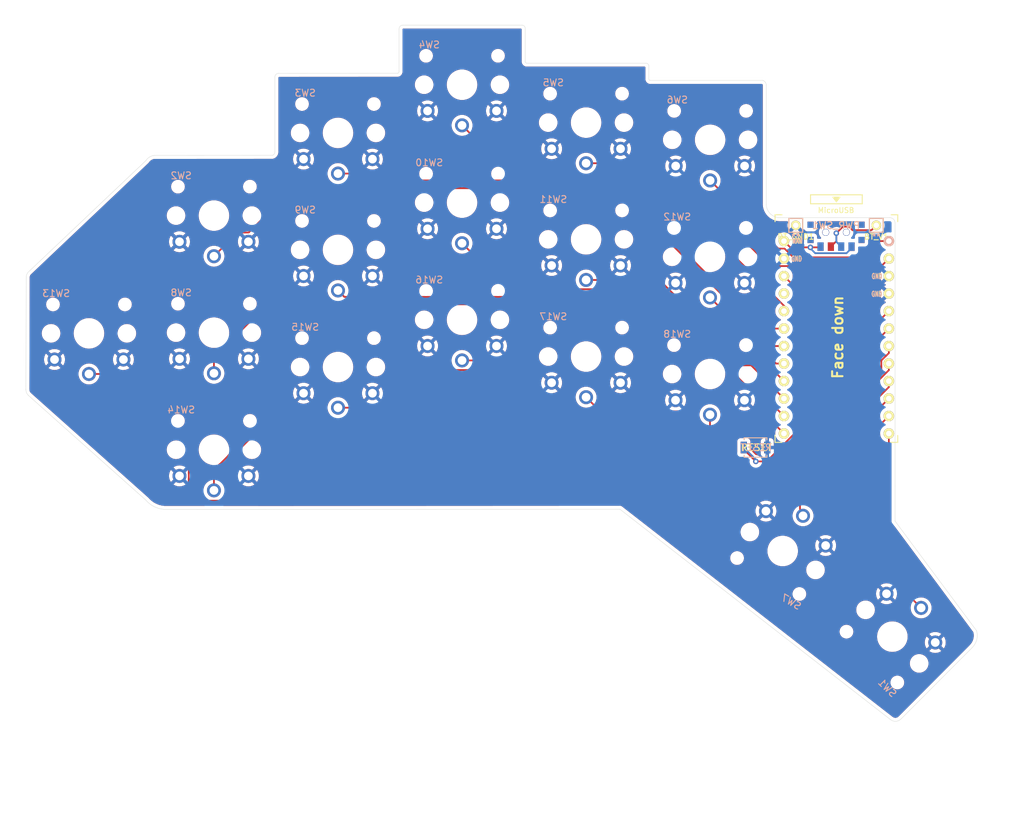
<source format=kicad_pcb>
(kicad_pcb (version 20211014) (generator pcbnew)
  (layers (0 "F.Cu" signal) (31 "B.Cu" signal) (34 "B.Paste" user) (35 "F.Paste" user) (36 "B.SilkS" user "B.Silkscreen") (37 "F.SilkS" user "F.Silkscreen") (38 "B.Mask" user) (39 "F.Mask" user) (44 "Edge.Cuts" user))
  (net 0 "")
  (net 1 "Net-(BT_V1-Pad1)")
  (net 2 "Net-(RSW1-Pad1)")
  (net 3 "GND")
  (net 4 "switch1")
  (net 5 "switch6")
  (net 6 "switch11")
  (net 7 "switch16")
  (net 8 "switch2")
  (net 9 "switch7")
  (net 10 "switch12")
  (net 11 "switch17")
  (net 12 "switch3")
  (net 13 "switch8")
  (net 14 "switch13")
  (net 15 "switch18")
  (net 16 "switch4")
  (net 17 "switch9")
  (net 18 "switch14")
  (net 19 "switch5")
  (net 20 "switch10")
  (net 21 "switch15")
  (net 22 "VCC")
  (net 23 "Net-(PWR_SW1-Pad3)")
  (footprint "kbd:ProMicro_v3_min" (layer "F.Cu") (at 138.117535 67.199212)
    (fp_text reference "U1" hide)
    (fp_text value "ProMicro" hide)
    (fp_text user "RAW" (at -5.64 -14.52 unlocked) (layer "B.SilkS") (effects (font (size 0.75 0.5) (thickness 0.125)) (justify mirror)))
    (fp_text user "GND" (at -5.77 -11.88) (layer "B.SilkS") (effects (font (size 0.75 0.5) (thickness 0.125)) (justify mirror)))
    (fp_text user "" (at -1.2065 -16.256) (layer "B.SilkS") (effects (justify mirror)))
    (fp_text user "GND" (at 5.88 -9.35) (layer "B.SilkS") (effects (font (size 0.75 0.5) (thickness 0.125)) (justify mirror)))
    (fp_text user "GND" (at 5.86 -6.77) (layer "B.SilkS") (effects (font (size 0.75 0.5) (thickness 0.125)) (justify mirror)))
    (fp_text user "GND" (at -5.77 -11.91) (layer "F.SilkS") (effects (font (size 0.75 0.5) (thickness 0.125))))
    (fp_text user "GND" (at 5.86 -6.8) (layer "F.SilkS") (effects (font (size 0.75 0.5) (thickness 0.125))))
    (fp_text user "" (at -0.5 -17.25) (layer "F.SilkS"))
    (fp_text user "GND" (at 5.88 -9.38) (layer "F.SilkS") (effects (font (size 0.75 0.5) (thickness 0.125))))
    (fp_text user "MicroUSB" (at -0.05 -18.95) (layer "F.SilkS") (effects (font (size 0.75 0.75) (thickness 0.12))))
    (fp_text user "RAW" (at -5.646009 -14.477575) (layer "F.SilkS") (effects (font (size 0.75 0.5) (thickness 0.125))))
    (fp_line (start 8.9 14.75) (end 7.89 14.75) (layer "F.SilkS") (width 0.15))
    (fp_line (start 0.5 -20.85) (end 0 -20.2) (layer "F.SilkS") (width 0.15))
    (fp_line (start -8.9 14.75) (end -7.9 14.75) (layer "F.SilkS") (width 0.15))
    (fp_line (start -8.9 -18.3) (end -7.9 -18.3) (layer "F.SilkS") (width 0.15))
    (fp_line (start 3.75 -21.2) (end -3.75 -21.2) (layer "F.SilkS") (width 0.15))
    (fp_line (start -0.15 -20.4) (end 0.15 -20.4) (layer "F.SilkS") (width 0.15))
    (fp_line (start -0.5 -20.85) (end 0.5 -20.85) (layer "F.SilkS") (width 0.15))
    (fp_line (start 8.9 -18.3) (end 8.9 -17.3) (layer "F.SilkS") (width 0.15))
    (fp_line (start 3.75 -19.9) (end 3.75 -21.2) (layer "F.SilkS") (width 0.15))
    (fp_line (start 0 -20.2) (end -0.5 -20.85) (layer "F.SilkS") (width 0.15))
    (fp_line (start -8.9 13.7) (end -8.9 14.75) (layer "F.SilkS") (width 0.15))
    (fp_line (start -3.75 -19.9) (end 3.75 -19.9) (layer "F.SilkS") (width 0.15))
    (fp_line (start -0.25 -20.55) (end 0.25 -20.55) (layer "F.SilkS") (width 0.15))
    (fp_line (start 8.9 13.75) (end 8.9 14.75) (layer "F.SilkS") (width 0.15))
    (fp_line (start 8.9 -18.3) (end 7.95 -18.3) (layer "F.SilkS") (width 0.15))
    (fp_line (start -8.9 -18.3) (end -8.9 -17.3) (layer "F.SilkS") (width 0.15))
    (fp_line (start -0.35 -20.7) (end 0.35 -20.7) (layer "F.SilkS") (width 0.15))
    (fp_line (start -3.75 -21.2) (end -3.75 -19.9) (layer "F.SilkS") (width 0.15))
    (pad "1" thru_hole circle locked (at 7.6114 -14.478) (size 1.524 1.524) (drill 0.8128) (layers *.Cu *.SilkS *.Mask) (net 5 "switch6"))
    (pad "2" thru_hole circle locked (at 7.6114 -11.938) (size 1.524 1.524) (drill 0.8128) (layers *.Cu "F.SilkS" "B.Mask") (net 19 "switch5"))
    (pad "3" thru_hole circle locked (at 7.6114 -9.398) (size 1.524 1.524) (drill 0.8128) (layers *.Cu "F.SilkS" "B.Mask") (net 3 "GND"))
    (pad "4" thru_hole circle locked (at 7.6114 -6.858) (size 1.524 1.524) (drill 0.8128) (layers *.Cu "F.SilkS" "B.Mask") (net 3 "GND"))
    (pad "5" thru_hole circle locked (at 7.6114 -4.318) (size 1.524 1.524) (drill 0.8128) (layers *.Cu "F.SilkS" "B.Mask") (net 15 "switch18"))
    (pad "6" thru_hole circle locked (at 7.6114 -1.778) (size 1.524 1.524) (drill 0.8128) (layers *.Cu "F.SilkS" "B.Mask") (net 11 "switch17"))
    (pad "7" thru_hole circle locked (at 7.6114 0.762) (size 1.524 1.524) (drill 0.8128) (layers *.Cu "F.SilkS" "B.Mask") (net 7 "switch16"))
    (pad "8" thru_hole circle locked (at 7.6114 3.302) (size 1.524 1.524) (drill 0.8128) (layers *.Cu "F.SilkS" "B.Mask") (net 21 "switch15"))
    (pad "9" thru_hole circle locked (at 7.6114 5.842) (size 1.524 1.524) (drill 0.8128) (layers *.Cu "F.SilkS" "B.Mask") (net 18 "switch14"))
    (pad "10" thru_hole circle locked (at 7.6114 8.382) (size 1.524 1.524) (drill 0.8128) (layers *.Cu "F.SilkS" "B.Mask") (net 14 "switch13"))
    (pad "11" thru_hole circle locked (at 7.6114 10.922) (size 1.524 1.524) (drill 0.8128) (layers *.Cu "F.SilkS" "B.Mask") (net 9 "switch7"))
    (pad "12" thru_hole circle locked (at 7.6114 13.462) (size 1.524 1.524) (drill 0.8128) (layers *.Cu "F.SilkS" "B.Mask") (net 4 "switch1"))
    (pad "13" thru_hole circle locked (at -7.6086 13.462) (size 1.524 1.524) (drill 0.8128) (layers *.Cu "F.SilkS" "B.Mask") (net 13 "switch8"))
    (pad "14" thru_hole circle locked (at -7.6086 10.922) (size 1.524 1.524) (drill 0.8128) (layers *.Cu "F.SilkS" "B.Mask") (net 17 "switch9"))
    (pad "15" thru_hole circle locked (at -7.6086 8.382) (size 1.524 1.524) (drill 0.8128) (layers *.Cu "F.SilkS" "B.Mask") (net 20 "switch10"))
    (pad "16" thru_hole circle locked (at -7.6086 5.842) (size 1.524 1.524) (drill 0.8128) (layers *.Cu "F.SilkS" "B.Mask") (net 6 "switch11"))
    (pad "17" thru_hole circle locked (at -7.6086 3.302) (size 1.524 1.524) (drill 0.8128) (layers *.Cu "F.SilkS" "B.Mask") (net 10 "switch12"))
    (pad "18" thru_hole circle locked (at -7.6086 0.762) (size 1.524 1.524) (drill 0.8128) (layers *.Cu "F.SilkS" "B.Mask") (net 8 "switch2"))
    (pad "19" thru_hole circle locked (at -7.6086 -1.778) (size 1.524 1.524) (drill 0.8128) (layers *.Cu "F.SilkS" "B.Mask") (net 12 "switch3"))
    (pad "20" thru_hole circle locked (at -7.6086 -4.318) (size 1.524 1.524) (drill 0.8128) (layers *.Cu "F.SilkS" "B.Mask") (net 16 "switch4"))
    (pad "21" thru_hole circle locked (at -7.6086 -6.858) (size 1.524 1.524) (drill 0.8128) (layers *.Cu "F.SilkS" "B.Mask") (net 22 "VCC"))
    (pad "22" thru_hole circle locked (at -7.6086 -9.398) (size 1.524 1.524) (drill 0.8128) (layers *.Cu "F.SilkS" "B.Mask") (net 2 "Net-(RSW1-Pad1)"))
    (pad "23" thru_hole circle locked (at -7.6086 -11.938) (size 1.524 1.524) (drill 0.8128) (layers *.Cu "F.SilkS" "B.Mask") (net 3 "GND"))
    (pad "24" thru_hole circle locked (at -7.6086 -14.478) (size 1.524 1.524) (drill 0.8128) (layers *.Cu "F.SilkS" "B.Mask") (net 23 "Net-(PWR_SW1-Pad3)"))
  )
  (footprint "Exkeylibur:choc_switch_reversible" (layer "F.Cu") (at 83.795535 64.151212)
    (fp_text reference "SW16" hide)
    (fp_text value "SW_Push" hide)
    (fp_text user "${REFERENCE}" (at -4.76 -5.8) (layer "B.SilkS") (effects (justify mirror)))
    (pad "" np_thru_hole circle (at 0 0) (size 3.429 3.429) (drill 3.429) (layers *.Cu *.Mask))
    (pad "" np_thru_hole circle (at 5.22 -4.2) (size 0.9906 0.9906) (drill 0.9906) (layers *.Cu *.Mask))
    (pad "" np_thru_hole circle (at 5.5 0) (size 1.7018 1.7018) (drill 1.7018) (layers *.Cu *.Mask))
    (pad "" np_thru_hole circle (at -5.22 -4.2) (size 0.9906 0.9906) (drill 0.9906) (layers *.Cu *.Mask))
    (pad "" np_thru_hole circle (at -5.5 0) (size 1.7018 1.7018) (drill 1.7018) (layers *.Cu *.Mask))
    (pad "1" thru_hole circle (at 0 5.9) (size 2.032 2.032) (drill 1.27) (layers *.Cu *.Mask) (net 7 "switch16"))
    (pad "2" thru_hole circle (at 5 3.8) (size 2.032 2.032) (drill 1.27) (layers *.Cu *.Mask) (net 3 "GND"))
    (pad "2" thru_hole circle (at -5 3.8) (size 2.032 2.032) (drill 1.27) (layers *.Cu *.Mask) (net 3 "GND"))
  )
  (footprint "Exkeylibur:choc_switch_reversible" (layer "F.Cu") (at 130.325535 97.717212 150)
    (fp_text reference "SW7" hide)
    (fp_text value "SW_Push" hide)
    (fp_text user "${REFERENCE}" (at -4.76 -5.8 150) (layer "B.SilkS") (effects (justify mirror)))
    (pad "" np_thru_hole circle (at -5.22 -4.2 150) (size 0.9906 0.9906) (drill 0.9906) (layers *.Cu *.Mask))
    (pad "" np_thru_hole circle (at 0 0 150) (size 3.429 3.429) (drill 3.429) (layers *.Cu *.Mask))
    (pad "" np_thru_hole circle (at -5.5 0 150) (size 1.7018 1.7018) (drill 1.7018) (layers *.Cu *.Mask))
    (pad "" np_thru_hole circle (at 5.5 0 150) (size 1.7018 1.7018) (drill 1.7018) (layers *.Cu *.Mask))
    (pad "" np_thru_hole circle (at 5.22 -4.2 150) (size 0.9906 0.9906) (drill 0.9906) (layers *.Cu *.Mask))
    (pad "1" thru_hole circle (at 0 5.9 150) (size 2.032 2.032) (drill 1.27) (layers *.Cu *.Mask) (net 9 "switch7"))
    (pad "2" thru_hole circle (at -5 3.8 150) (size 2.032 2.032) (drill 1.27) (layers *.Cu *.Mask) (net 3 "GND"))
    (pad "2" thru_hole circle (at 5 3.8 150) (size 2.032 2.032) (drill 1.27) (layers *.Cu *.Mask) (net 3 "GND"))
  )
  (footprint "Exkeylibur:choc_switch_reversible" (layer "F.Cu") (at 65.795535 71.009212)
    (fp_text reference "SW15" hide)
    (fp_text value "SW_Push" hide)
    (fp_text user "${REFERENCE}" (at -4.76 -5.8) (layer "B.SilkS") (effects (justify mirror)))
    (pad "" np_thru_hole circle (at 5.22 -4.2) (size 0.9906 0.9906) (drill 0.9906) (layers *.Cu *.Mask))
    (pad "" np_thru_hole circle (at -5.22 -4.2) (size 0.9906 0.9906) (drill 0.9906) (layers *.Cu *.Mask))
    (pad "" np_thru_hole circle (at 0 0) (size 3.429 3.429) (drill 3.429) (layers *.Cu *.Mask))
    (pad "" np_thru_hole circle (at -5.5 0) (size 1.7018 1.7018) (drill 1.7018) (layers *.Cu *.Mask))
    (pad "" np_thru_hole circle (at 5.5 0) (size 1.7018 1.7018) (drill 1.7018) (layers *.Cu *.Mask))
    (pad "1" thru_hole circle (at 0 5.9) (size 2.032 2.032) (drill 1.27) (layers *.Cu *.Mask) (net 21 "switch15"))
    (pad "2" thru_hole circle (at 5 3.8) (size 2.032 2.032) (drill 1.27) (layers *.Cu *.Mask) (net 3 "GND"))
    (pad "2" thru_hole circle (at -5 3.8) (size 2.032 2.032) (drill 1.27) (layers *.Cu *.Mask) (net 3 "GND"))
  )
  (footprint "Exkeylibur:choc_switch_reversible" (layer "F.Cu") (at 29.660425 66.116425)
    (fp_text reference "SW13" hide)
    (fp_text value "SW_Push" hide)
    (fp_text user "${REFERENCE}" (at -4.76 -5.8) (layer "B.SilkS") (effects (justify mirror)))
    (pad "" np_thru_hole circle (at -5.22 -4.2) (size 0.9906 0.9906) (drill 0.9906) (layers *.Cu *.Mask))
    (pad "" np_thru_hole circle (at 5.5 0) (size 1.7018 1.7018) (drill 1.7018) (layers *.Cu *.Mask))
    (pad "" np_thru_hole circle (at 5.22 -4.2) (size 0.9906 0.9906) (drill 0.9906) (layers *.Cu *.Mask))
    (pad "" np_thru_hole circle (at -5.5 0) (size 1.7018 1.7018) (drill 1.7018) (layers *.Cu *.Mask))
    (pad "" np_thru_hole circle (at 0 0) (size 3.429 3.429) (drill 3.429) (layers *.Cu *.Mask))
    (pad "1" thru_hole circle (at 0 5.9) (size 2.032 2.032) (drill 1.27) (layers *.Cu *.Mask) (net 14 "switch13"))
    (pad "2" thru_hole circle (at -5 3.8) (size 2.032 2.032) (drill 1.27) (layers *.Cu *.Mask) (net 3 "GND"))
    (pad "2" thru_hole circle (at 5 3.8) (size 2.032 2.032) (drill 1.27) (layers *.Cu *.Mask) (net 3 "GND"))
  )
  (footprint "Exkeylibur:choc_switch_reversible" (layer "F.Cu") (at 101.795535 69.485212)
    (fp_text reference "SW17" hide)
    (fp_text value "SW_Push" hide)
    (fp_text user "${REFERENCE}" (at -4.76 -5.8) (layer "B.SilkS") (effects (justify mirror)))
    (pad "" np_thru_hole circle (at -5.5 0) (size 1.7018 1.7018) (drill 1.7018) (layers *.Cu *.Mask))
    (pad "" np_thru_hole circle (at -5.22 -4.2) (size 0.9906 0.9906) (drill 0.9906) (layers *.Cu *.Mask))
    (pad "" np_thru_hole circle (at 0 0) (size 3.429 3.429) (drill 3.429) (layers *.Cu *.Mask))
    (pad "" np_thru_hole circle (at 5.5 0) (size 1.7018 1.7018) (drill 1.7018) (layers *.Cu *.Mask))
    (pad "" np_thru_hole circle (at 5.22 -4.2) (size 0.9906 0.9906) (drill 0.9906) (layers *.Cu *.Mask))
    (pad "1" thru_hole circle (at 0 5.9) (size 2.032 2.032) (drill 1.27) (layers *.Cu *.Mask) (net 11 "switch17"))
    (pad "2" thru_hole circle (at -5 3.8) (size 2.032 2.032) (drill 1.27) (layers *.Cu *.Mask) (net 3 "GND"))
    (pad "2" thru_hole circle (at 5 3.8) (size 2.032 2.032) (drill 1.27) (layers *.Cu *.Mask) (net 3 "GND"))
  )
  (footprint "Exkeylibur:choc_switch_reversible" (layer "F.Cu") (at 119.775535 72.025212)
    (fp_text reference "SW18" hide)
    (fp_text value "SW_Push" hide)
    (fp_text user "${REFERENCE}" (at -4.76 -5.8) (layer "B.SilkS") (effects (justify mirror)))
    (pad "" np_thru_hole circle (at 0 0) (size 3.429 3.429) (drill 3.429) (layers *.Cu *.Mask))
    (pad "" np_thru_hole circle (at 5.22 -4.2) (size 0.9906 0.9906) (drill 0.9906) (layers *.Cu *.Mask))
    (pad "" np_thru_hole circle (at -5.5 0) (size 1.7018 1.7018) (drill 1.7018) (layers *.Cu *.Mask))
    (pad "" np_thru_hole circle (at 5.5 0) (size 1.7018 1.7018) (drill 1.7018) (layers *.Cu *.Mask))
    (pad "" np_thru_hole circle (at -5.22 -4.2) (size 0.9906 0.9906) (drill 0.9906) (layers *.Cu *.Mask))
    (pad "1" thru_hole circle (at 0 5.9) (size 2.032 2.032) (drill 1.27) (layers *.Cu *.Mask) (net 15 "switch18"))
    (pad "2" thru_hole circle (at -5 3.8) (size 2.032 2.032) (drill 1.27) (layers *.Cu *.Mask) (net 3 "GND"))
    (pad "2" thru_hole circle (at 5 3.8) (size 2.032 2.032) (drill 1.27) (layers *.Cu *.Mask) (net 3 "GND"))
  )
  (footprint "Exkeylibur:choc_switch_reversible" (layer "F.Cu") (at 83.795535 30.017212)
    (fp_text reference "SW4" hide)
    (fp_text value "SW_Push" hide)
    (fp_text user "${REFERENCE}" (at -4.76 -5.8) (layer "B.SilkS") (effects (justify mirror)))
    (pad "" np_thru_hole circle (at 0 0) (size 3.429 3.429) (drill 3.429) (layers *.Cu *.Mask))
    (pad "" np_thru_hole circle (at -5.22 -4.2) (size 0.9906 0.9906) (drill 0.9906) (layers *.Cu *.Mask))
    (pad "" np_thru_hole circle (at 5.5 0) (size 1.7018 1.7018) (drill 1.7018) (layers *.Cu *.Mask))
    (pad "" np_thru_hole circle (at -5.5 0) (size 1.7018 1.7018) (drill 1.7018) (layers *.Cu *.Mask))
    (pad "" np_thru_hole circle (at 5.22 -4.2) (size 0.9906 0.9906) (drill 0.9906) (layers *.Cu *.Mask))
    (pad "1" thru_hole circle (at 0 5.9) (size 2.032 2.032) (drill 1.27) (layers *.Cu *.Mask) (net 16 "switch4"))
    (pad "2" thru_hole circle (at 5 3.8) (size 2.032 2.032) (drill 1.27) (layers *.Cu *.Mask) (net 3 "GND"))
    (pad "2" thru_hole circle (at -5 3.8) (size 2.032 2.032) (drill 1.27) (layers *.Cu *.Mask) (net 3 "GND"))
  )
  (footprint "Exkeylibur:choc_switch_reversible" (layer "F.Cu") (at 65.795535 37.017212)
    (fp_text reference "SW3" hide)
    (fp_text value "SW_Push" hide)
    (fp_text user "${REFERENCE}" (at -4.76 -5.8) (layer "B.SilkS") (effects (justify mirror)))
    (pad "" np_thru_hole circle (at -5.22 -4.2) (size 0.9906 0.9906) (drill 0.9906) (layers *.Cu *.Mask))
    (pad "" np_thru_hole circle (at 5.22 -4.2) (size 0.9906 0.9906) (drill 0.9906) (layers *.Cu *.Mask))
    (pad "" np_thru_hole circle (at 5.5 0) (size 1.7018 1.7018) (drill 1.7018) (layers *.Cu *.Mask))
    (pad "" np_thru_hole circle (at 0 0) (size 3.429 3.429) (drill 3.429) (layers *.Cu *.Mask))
    (pad "" np_thru_hole circle (at -5.5 0) (size 1.7018 1.7018) (drill 1.7018) (layers *.Cu *.Mask))
    (pad "1" thru_hole circle (at 0 5.9) (size 2.032 2.032) (drill 1.27) (layers *.Cu *.Mask) (net 12 "switch3"))
    (pad "2" thru_hole circle (at 5 3.8) (size 2.032 2.032) (drill 1.27) (layers *.Cu *.Mask) (net 3 "GND"))
    (pad "2" thru_hole circle (at -5 3.8) (size 2.032 2.032) (drill 1.27) (layers *.Cu *.Mask) (net 3 "GND"))
  )
  (footprint "Exkeylibur:choc_switch_reversible" (layer "F.Cu") (at 65.795535 53.991212)
    (fp_text reference "SW9" hide)
    (fp_text value "SW_Push" hide)
    (fp_text user "${REFERENCE}" (at -4.76 -5.8) (layer "B.SilkS") (effects (justify mirror)))
    (pad "" np_thru_hole circle (at 0 0) (size 3.429 3.429) (drill 3.429) (layers *.Cu *.Mask))
    (pad "" np_thru_hole circle (at 5.22 -4.2) (size 0.9906 0.9906) (drill 0.9906) (layers *.Cu *.Mask))
    (pad "" np_thru_hole circle (at 5.5 0) (size 1.7018 1.7018) (drill 1.7018) (layers *.Cu *.Mask))
    (pad "" np_thru_hole circle (at -5.5 0) (size 1.7018 1.7018) (drill 1.7018) (layers *.Cu *.Mask))
    (pad "" np_thru_hole circle (at -5.22 -4.2) (size 0.9906 0.9906) (drill 0.9906) (layers *.Cu *.Mask))
    (pad "1" thru_hole circle (at 0 5.9) (size 2.032 2.032) (drill 1.27) (layers *.Cu *.Mask) (net 17 "switch9"))
    (pad "2" thru_hole circle (at -5 3.8) (size 2.032 2.032) (drill 1.27) (layers *.Cu *.Mask) (net 3 "GND"))
    (pad "2" thru_hole circle (at 5 3.8) (size 2.032 2.032) (drill 1.27) (layers *.Cu *.Mask) (net 3 "GND"))
  )
  (footprint "Exkeylibur:choc_switch_reversible" (layer "F.Cu") (at 47.795535 83.017212)
    (fp_text reference "SW14" hide)
    (fp_text value "SW_Push" hide)
    (fp_text user "${REFERENCE}" (at -4.76 -5.8) (layer "B.SilkS") (effects (justify mirror)))
    (pad "" np_thru_hole circle (at 0 0) (size 3.429 3.429) (drill 3.429) (layers *.Cu *.Mask))
    (pad "" np_thru_hole circle (at 5.5 0) (size 1.7018 1.7018) (drill 1.7018) (layers *.Cu *.Mask))
    (pad "" np_thru_hole circle (at -5.5 0) (size 1.7018 1.7018) (drill 1.7018) (layers *.Cu *.Mask))
    (pad "" np_thru_hole circle (at -5.22 -4.2) (size 0.9906 0.9906) (drill 0.9906) (layers *.Cu *.Mask))
    (pad "" np_thru_hole circle (at 5.22 -4.2) (size 0.9906 0.9906) (drill 0.9906) (layers *.Cu *.Mask))
    (pad "1" thru_hole circle (at 0 5.9) (size 2.032 2.032) (drill 1.27) (layers *.Cu *.Mask) (net 18 "switch14"))
    (pad "2" thru_hole circle (at 5 3.8) (size 2.032 2.032) (drill 1.27) (layers *.Cu *.Mask) (net 3 "GND"))
    (pad "2" thru_hole circle (at -5 3.8) (size 2.032 2.032) (drill 1.27) (layers *.Cu *.Mask) (net 3 "GND"))
  )
  (footprint "Exkeylibur:choc_switch_reversible" (layer "F.Cu") (at 119.775535 55.007212)
    (fp_text reference "SW12" hide)
    (fp_text value "SW_Push" hide)
    (fp_text user "${REFERENCE}" (at -4.76 -5.8) (layer "B.SilkS") (effects (justify mirror)))
    (pad "" np_thru_hole circle (at 0 0) (size 3.429 3.429) (drill 3.429) (layers *.Cu *.Mask))
    (pad "" np_thru_hole circle (at 5.5 0) (size 1.7018 1.7018) (drill 1.7018) (layers *.Cu *.Mask))
    (pad "" np_thru_hole circle (at -5.5 0) (size 1.7018 1.7018) (drill 1.7018) (layers *.Cu *.Mask))
    (pad "" np_thru_hole circle (at 5.22 -4.2) (size 0.9906 0.9906) (drill 0.9906) (layers *.Cu *.Mask))
    (pad "" np_thru_hole circle (at -5.22 -4.2) (size 0.9906 0.9906) (drill 0.9906) (layers *.Cu *.Mask))
    (pad "1" thru_hole circle (at 0 5.9) (size 2.032 2.032) (drill 1.27) (layers *.Cu *.Mask) (net 10 "switch12"))
    (pad "2" thru_hole circle (at 5 3.8) (size 2.032 2.032) (drill 1.27) (layers *.Cu *.Mask) (net 3 "GND"))
    (pad "2" thru_hole circle (at -5 3.8) (size 2.032 2.032) (drill 1.27) (layers *.Cu *.Mask) (net 3 "GND"))
  )
  (footprint "Exkeylibur:choc_switch_reversible" (layer "F.Cu") (at 101.795535 52.467212)
    (fp_text reference "SW11" hide)
    (fp_text value "SW_Push" hide)
    (fp_text user "${REFERENCE}" (at -4.76 -5.8) (layer "B.SilkS") (effects (justify mirror)))
    (pad "" np_thru_hole circle (at -5.5 0) (size 1.7018 1.7018) (drill 1.7018) (layers *.Cu *.Mask))
    (pad "" np_thru_hole circle (at 0 0) (size 3.429 3.429) (drill 3.429) (layers *.Cu *.Mask))
    (pad "" np_thru_hole circle (at 5.22 -4.2) (size 0.9906 0.9906) (drill 0.9906) (layers *.Cu *.Mask))
    (pad "" np_thru_hole circle (at -5.22 -4.2) (size 0.9906 0.9906) (drill 0.9906) (layers *.Cu *.Mask))
    (pad "" np_thru_hole circle (at 5.5 0) (size 1.7018 1.7018) (drill 1.7018) (layers *.Cu *.Mask))
    (pad "1" thru_hole circle (at 0 5.9) (size 2.032 2.032) (drill 1.27) (layers *.Cu *.Mask) (net 6 "switch11"))
    (pad "2" thru_hole circle (at -5 3.8) (size 2.032 2.032) (drill 1.27) (layers *.Cu *.Mask) (net 3 "GND"))
    (pad "2" thru_hole circle (at 5 3.8) (size 2.032 2.032) (drill 1.27) (layers *.Cu *.Mask) (net 3 "GND"))
  )
  (footprint "Exkeylibur:choc_switch_reversible" (layer "F.Cu") (at 47.795535 66.017212)
    (fp_text reference "SW8" hide)
    (fp_text value "SW_Push" hide)
    (fp_text user "${REFERENCE}" (at -4.76 -5.8) (layer "B.SilkS") (effects (justify mirror)))
    (pad "" np_thru_hole circle (at -5.5 0) (size 1.7018 1.7018) (drill 1.7018) (layers *.Cu *.Mask))
    (pad "" np_thru_hole circle (at -5.22 -4.2) (size 0.9906 0.9906) (drill 0.9906) (layers *.Cu *.Mask))
    (pad "" np_thru_hole circle (at 5.5 0) (size 1.7018 1.7018) (drill 1.7018) (layers *.Cu *.Mask))
    (pad "" np_thru_hole circle (at 0 0) (size 3.429 3.429) (drill 3.429) (layers *.Cu *.Mask))
    (pad "" np_thru_hole circle (at 5.22 -4.2) (size 0.9906 0.9906) (drill 0.9906) (layers *.Cu *.Mask))
    (pad "1" thru_hole circle (at 0 5.9) (size 2.032 2.032) (drill 1.27) (layers *.Cu *.Mask) (net 13 "switch8"))
    (pad "2" thru_hole circle (at -5 3.8) (size 2.032 2.032) (drill 1.27) (layers *.Cu *.Mask) (net 3 "GND"))
    (pad "2" thru_hole circle (at 5 3.8) (size 2.032 2.032) (drill 1.27) (layers *.Cu *.Mask) (net 3 "GND"))
  )
  (footprint "Exkeylibur:choc_switch_reversible" (layer "F.Cu") (at 119.795535 38.017212)
    (fp_text reference "SW6" hide)
    (fp_text value "SW_Push" hide)
    (fp_text user "${REFERENCE}" (at -4.76 -5.8) (layer "B.SilkS") (effects (justify mirror)))
    (pad "" np_thru_hole circle (at 5.22 -4.2) (size 0.9906 0.9906) (drill 0.9906) (layers *.Cu *.Mask))
    (pad "" np_thru_hole circle (at -5.22 -4.2) (size 0.9906 0.9906) (drill 0.9906) (layers *.Cu *.Mask))
    (pad "" np_thru_hole circle (at 0 0) (size 3.429 3.429) (drill 3.429) (layers *.Cu *.Mask))
    (pad "" np_thru_hole circle (at 5.5 0) (size 1.7018 1.7018) (drill 1.7018) (layers *.Cu *.Mask))
    (pad "" np_thru_hole circle (at -5.5 0) (size 1.7018 1.7018) (drill 1.7018) (layers *.Cu *.Mask))
    (pad "1" thru_hole circle (at 0 5.9) (size 2.032 2.032) (drill 1.27) (layers *.Cu *.Mask) (net 5 "switch6"))
    (pad "2" thru_hole circle (at 5 3.8) (size 2.032 2.032) (drill 1.27) (layers *.Cu *.Mask) (net 3 "GND"))
    (pad "2" thru_hole circle (at -5 3.8) (size 2.032 2.032) (drill 1.27) (layers *.Cu *.Mask) (net 3 "GND"))
  )
  (footprint "Exkeylibur:choc_switch_reversible" (layer "F.Cu") (at 101.795535 35.517212)
    (fp_text reference "SW5" hide)
    (fp_text value "SW_Push" hide)
    (fp_text user "${REFERENCE}" (at -4.76 -5.8) (layer "B.SilkS") (effects (justify mirror)))
    (pad "" np_thru_hole circle (at -5.5 0) (size 1.7018 1.7018) (drill 1.7018) (layers *.Cu *.Mask))
    (pad "" np_thru_hole circle (at 5.22 -4.2) (size 0.9906 0.9906) (drill 0.9906) (layers *.Cu *.Mask))
    (pad "" np_thru_hole circle (at -5.22 -4.2) (size 0.9906 0.9906) (drill 0.9906) (layers *.Cu *.Mask))
    (pad "" np_thru_hole circle (at 5.5 0) (size 1.7018 1.7018) (drill 1.7018) (layers *.Cu *.Mask))
    (pad "" np_thru_hole circle (at 0 0) (size 3.429 3.429) (drill 3.429) (layers *.Cu *.Mask))
    (pad "1" thru_hole circle (at 0 5.9) (size 2.032 2.032) (drill 1.27) (layers *.Cu *.Mask) (net 19 "switch5"))
    (pad "2" thru_hole circle (at -5 3.8) (size 2.032 2.032) (drill 1.27) (layers *.Cu *.Mask) (net 3 "GND"))
    (pad "2" thru_hole circle (at 5 3.8) (size 2.032 2.032) (drill 1.27) (layers *.Cu *.Mask) (net 3 "GND"))
  )
  (footprint "Exkeylibur:choc_switch_reversible" (layer "F.Cu") (at 47.795535 49.017212)
    (fp_text reference "SW2" hide)
    (fp_text value "SW_Push" hide)
    (fp_text user "${REFERENCE}" (at -4.76 -5.8) (layer "B.SilkS") (effects (justify mirror)))
    (pad "" np_thru_hole circle (at 5.5 0) (size 1.7018 1.7018) (drill 1.7018) (layers *.Cu *.Mask))
    (pad "" np_thru_hole circle (at -5.22 -4.2) (size 0.9906 0.9906) (drill 0.9906) (layers *.Cu *.Mask))
    (pad "" np_thru_hole circle (at -5.5 0) (size 1.7018 1.7018) (drill 1.7018) (layers *.Cu *.Mask))
    (pad "" np_thru_hole circle (at 0 0) (size 3.429 3.429) (drill 3.429) (layers *.Cu *.Mask))
    (pad "" np_thru_hole circle (at 5.22 -4.2) (size 0.9906 0.9906) (drill 0.9906) (layers *.Cu *.Mask))
    (pad "1" thru_hole circle (at 0 5.9) (size 2.032 2.032) (drill 1.27) (layers *.Cu *.Mask) (net 8 "switch2"))
    (pad "2" thru_hole circle (at -5 3.8) (size 2.032 2.032) (drill 1.27) (layers *.Cu *.Mask) (net 3 "GND"))
    (pad "2" thru_hole circle (at 5 3.8) (size 2.032 2.032) (drill 1.27) (layers *.Cu *.Mask) (net 3 "GND"))
  )
  (footprint "Exkeylibur:reset_switch" (layer "F.Cu") (at 126.379535 82.693212)
    (fp_text reference "RSW1" hide)
    (fp_text value "SW_Push")
    (fp_text user "RESET" (at 0.127 0) (layer "B.SilkS") (effects (justify mirror)))
    (fp_line (start -1.65 -1.4) (end 1.65 -1.4) (layer "F.SilkS") (width 0.12))
    (fp_line (start -1.65 1.1) (end -1.65 1.4) (layer "F.SilkS") (width 0.12))
    (fp_line (start 1.65 -1.4) (end 1.65 -1.1) (layer "F.SilkS") (width 0.12))
    (fp_line (start 1.65 1.4) (end 1.65 1.1) (layer "F.SilkS") (width 0.12))
    (fp_line (start -1.65 1.4) (end 1.65 1.4) (layer "F.SilkS") (width 0.12))
    (fp_line (start -1.65 -1.1) (end -1.65 -1.4) (layer "F.SilkS") (width 0.12))
    (pad "1" smd rect (at -1.7 0) (size 0.9 1.7) (layers "F.Cu" "F.Paste" "F.Mask") (net 2 "Net-(RSW1-Pad1)"))
    (pad "2" smd rect (at 1.7 0) (size 0.9 1.7) (layers "F.Cu" "F.Paste" "F.Mask") (net 3 "GND"))
  )
  (footprint "Exkeylibur:choc_switch_reversible" (layer "F.Cu") (at 83.795535 47.133212)
    (fp_text reference "SW10" hide)
    (fp_text value "SW_Push" hide)
    (fp_text user "${REFERENCE}" (at -4.76 -5.8) (layer "B.SilkS") (effects (justify mirror)))
    (pad "" np_thru_hole circle (at 5.22 -4.2) (size 0.9906 0.9906) (drill 0.9906) (layers *.Cu *.Mask))
    (pad "" np_thru_hole circle (at 0 0) (size 3.429 3.429) (drill 3.429) (layers *.Cu *.Mask))
    (pad "" np_thru_hole circle (at -5.22 -4.2) (size 0.9906 0.9906) (drill 0.9906) (layers *.Cu *.Mask))
    (pad "" np_thru_hole circle (at -5.5 0) (size 1.7018 1.7018) (drill 1.7018) (layers *.Cu *.Mask))
    (pad "" np_thru_hole circle (at 5.5 0) (size 1.7018 1.7018) (drill 1.7018) (layers *.Cu *.Mask))
    (pad "1" thru_hole circle (at 0 5.9) (size 2.032 2.032) (drill 1.27) (layers *.Cu *.Mask) (net 20 "switch10"))
    (pad "2" thru_hole circle (at 5 3.8) (size 2.032 2.032) (drill 1.27) (layers *.Cu *.Mask) (net 3 "GND"))
    (pad "2" thru_hole circle (at -5 3.8) (size 2.032 2.032) (drill 1.27) (layers *.Cu *.Mask) (net 3 "GND"))
  )
  (footprint "Exkeylibur:Bat_MountingHole" (layer "F.Cu") (at 143.905535 50.435212)
    (fp_text reference "BT_V1" (at 0 1.651) (layer "F.SilkS") (effects (font (size 0.8128 0.8128))))
    (fp_text value "MountingHole_Pad" hide)
    (fp_text user "**" (at 0 1.651) (layer "B.SilkS") (effects (font (size 0.8128 0.8128)) (justify mirror)))
    (fp_line (start 1 1) (end -1 1) (layer "B.SilkS") (width 0.15))
    (fp_line (start 1 -1) (end 1 1) (layer "B.SilkS") (width 0.15))
    (fp_line (start -1 -1) (end 1 -1) (layer "B.SilkS") (width 0.15))
    (fp_line (start -1 1) (end -1 -1) (layer "B.SilkS") (width 0.15))
    (fp_line (start 1 -1) (end -1 -1) (layer "F.SilkS") (width 0.15))
    (fp_line (start -1 1) (end 1 1) (layer "F.SilkS") (width 0.15))
    (fp_line (start -1 -1) (end -1 1) (layer "F.SilkS") (width 0.15))
    (fp_line (start 1 1) (end 1 -1) (layer "F.SilkS") (width 0.15))
    (pad "1" thru_hole circle (at 0 0) (size 1.397 1.397) (drill 0.8128) (layers *.Cu *.Mask "F.SilkS") (net 1 "Net-(BT_V1-Pad1)"))
  )
  (footprint "Exkeylibur:bat_gnd_mountingHole" (layer "F.Cu") (at 132.221535 50.435212)
    (fp_text reference "BT_GND1" (at 0 1.651) (layer "F.SilkS") (effects (font (size 0.8128 0.8128))))
    (fp_text value "MountingHole_Pad" hide)
    (fp_text user "**" (at 0 1.651) (layer "B.SilkS") (effects (font (size 0.8128 0.8128)) (justify mirror)))
    (fp_line (start 1 1) (end -1 1) (layer "B.SilkS") (width 0.15))
    (fp_line (start -1 -1) (end 1 -1) (layer "B.SilkS") (width 0.15))
    (fp_line (start 1 -1) (end 1 1) (layer "B.SilkS") (width 0.15))
    (fp_line (start -1 1) (end -1 -1) (layer "B.SilkS") (width 0.15))
    (fp_line (start 1 -1) (end -1 -1) (layer "F.SilkS") (width 0.15))
    (fp_line (start -1 1) (end 1 1) (layer "F.SilkS") (width 0.15))
    (fp_line (start 1 1) (end 1 -1) (layer "F.SilkS") (width 0.15))
    (fp_line (start -1 -1) (end -1 1) (layer "F.SilkS") (width 0.15))
    (pad "1" thru_hole circle (at 0 0) (size 1.397 1.397) (drill 0.8128) (layers *.Cu *.Mask "F.SilkS") (net 3 "GND"))
  )
  (footprint "Kailh:SPDT_C128955" (layer "F.Cu") (at 138.066802 51.454137)
    (fp_text reference "PWR_SW1" (at 0 -1) (layer "F.SilkS") (effects (justify mirror)))
    (fp_text value "SW_SPDT")
    (pad "" np_thru_hole circle locked (at 1.5 0) (size 1 1) (drill 0.9) (layers *.Cu *.Mask))
    (pad "" np_thru_hole circle locked (at -1.5 0) (size 1 1) (drill 0.9) (layers *.Cu *.Mask))
    (pad "0" smd rect locked (at 3.7 1.1) (size 0.9 0.9) (layers "F.Cu" "F.Paste" "F.Mask"))
    (pad "0" smd rect locked (at -3.7 1.1) (size 0.9 0.9) (layers "F.Cu" "F.Paste" "F.Mask"))
    (pad "0" smd rect locked (at 3.7 -1.1) (size 0.9 0.9) (layers "F.Cu" "F.Paste" "F.Mask"))
    (pad "0" smd rect locked (at -3.7 -1.1) (size 0.9 0.9) (layers "F.Cu" "F.Paste" "F.Mask"))
    (pad "1" smd rect locked (at 2.25 2.075) (size 0.9 1.25) (layers "F.Cu" "F.Paste" "F.Mask"))
    (pad "2" smd rect locked (at -0.75 2.075) (size 0.9 1.25) (layers "F.Cu" "F.Paste" "F.Mask") (net 1 "Net-(BT_V1-Pad1)"))
    (pad "3" smd rect locked (at -2.25 2.075) (size 0.9 1.25) (layers "F.Cu" "F.Paste" "F.Mask") (net 23 "Net-(PWR_SW1-Pad3)"))
  )
  (footprint "Exkeylibur:choc_switch_reversible" (layer "F.Cu") (at 146.239535 110.151637 135)
    (fp_text reference "SW1" hide)
    (fp_text value "SW_Push" hide)
    (fp_text user "${REFERENCE}" (at -4.76 -5.8 135) (layer "B.SilkS") (effects (justify mirror)))
    (pad "" np_thru_hole circle (at -5.5 0 135) (size 1.7018 1.7018) (drill 1.7018) (layers *.Cu *.Mask))
    (pad "" np_thru_hole circle (at 5.22 -4.2 135) (size 0.9906 0.9906) (drill 0.9906) (layers *.Cu *.Mask))
    (pad "" np_thru_hole circle (at 5.5 0 135) (size 1.7018 1.7018) (drill 1.7018) (layers *.Cu *.Mask))
    (pad "" np_thru_hole circle (at -5.22 -4.2 135) (size 0.9906 0.9906) (drill 0.9906) (layers *.Cu *.Mask))
    (pad "" np_thru_hole circle (at 0 0 135) (size 3.429 3.429) (drill 3.429) (layers *.Cu *.Mask))
    (pad "1" thru_hole circle (at 0 5.9 135) (size 2.032 2.032) (drill 1.27) (layers *.Cu *.Mask) (net 4 "switch1"))
    (pad "2" thru_hole circle (at -5 3.8 135) (size 2.032 2.032) (drill 1.27) (layers *.Cu *.Mask) (net 3 "GND"))
    (pad "2" thru_hole circle (at 5 3.8 135) (size 2.032 2.032) (drill 1.27) (layers *.Cu *.Mask) (net 3 "GND"))
  )
  (footprint "Kailh:SPDT_C128955" (layer "B.Cu") (at 138.063535 51.451212 180)
    (fp_text reference "PWR_SW1" (at 0 1) (layer "B.SilkS") (effects (justify mirror)))
    (fp_text value "SW_SPDT")
    (pad "" np_thru_hole circle locked (at -1.5 0 180) (size 1 1) (drill 0.9) (layers *.Cu *.Mask))
    (pad "" np_thru_hole circle locked (at 1.5 0 180) (size 1 1) (drill 0.9) (layers *.Cu *.Mask))
    (pad "0" smd rect locked (at -3.7 -1.1 180) (size 0.9 0.9) (layers "B.Cu" "B.Paste" "B.Mask"))
    (pad "0" smd rect locked (at 3.7 1.1 180) (size 0.9 0.9) (layers "B.Cu" "B.Paste" "B.Mask"))
    (pad "0" smd rect locked (at -3.7 1.1 180) (size 0.9 0.9) (layers "B.Cu" "B.Paste" "B.Mask"))
    (pad "0" smd rect locked (at 3.7 -1.1 180) (size 0.9 0.9) (layers "B.Cu" "B.Paste" "B.Mask"))
    (pad "1" smd rect locked (at 2.25 -2.075 180) (size 0.9 1.25) (layers "B.Cu" "B.Paste" "B.Mask"))
    (pad "2" smd rect locked (at -0.75 -2.075 180) (size 0.9 1.25) (layers "B.Cu" "B.Paste" "B.Mask") (net 1 "Net-(BT_V1-Pad1)"))
    (pad "3" smd rect locked (at -2.25 -2.075 180) (size 0.9 1.25) (layers "B.Cu" "B.Paste" "B.Mask") (net 23 "Net-(PWR_SW1-Pad3)"))
  )
  (footprint "Exkeylibur:reset_switch" (layer "B.Cu") (at 126.386802 82.691637)
    (fp_text reference "RSW1" hide)
    (fp_text value "SW_Push")
    (fp_text user "RESET" (at 0.127 0 180) (layer "F.SilkS"))
    (fp_line (start -1.65 -1.4) (end 1.65 -1.4) (layer "B.SilkS") (width 0.12))
    (fp_line (start 1.65 1.4) (end 1.65 1.1) (layer "B.SilkS") (width 0.12))
    (fp_line (start 1.65 -1.4) (end 1.65 -1.1) (layer "B.SilkS") (width 0.12))
    (fp_line (start -1.65 1.1) (end -1.65 1.4) (layer "B.SilkS") (width 0.12))
    (fp_line (start -1.65 -1.1) (end -1.65 -1.4) (layer "B.SilkS") (width 0.12))
    (fp_line (start -1.65 1.4) (end 1.65 1.4) (layer "B.SilkS") (width 0.12))
    (pad "1" smd rect (at -1.7 0) (size 0.9 1.7) (layers "B.Cu" "B.Paste" "B.Mask") (net 2 "Net-(RSW1-Pad1)"))
    (pad "2" smd rect (at 1.7 0) (size 0.9 1.7) (layers "B.Cu" "B.Paste" "B.Mask") (net 3 "GND"))
  )
  (gr_line (start 20.880425 75.136425) (end 37.910425 90.326425) (layer "Edge.Cuts") (width 0.05))
  (gr_line (start 127.937536 47.399211) (end 127.93758 30.074631) (layer "Edge.Cuts") (width 0.05))
  (gr_arc (start 129.972537 49.330129) (mid 128.560069 48.780928) (end 127.937536 47.399211) (layer "Edge.Cuts") (width 0.05))
  (gr_arc (start 145.877535 49.327212) (mid 146.407865 49.546882) (end 146.627535 50.077212) (layer "Edge.Cuts") (width 0.05))
  (gr_arc (start 40.561526 91.671637) (mid 39.102784 91.262969) (end 37.910425 90.326425) (layer "Edge.Cuts") (width 0.05))
  (gr_arc (start 127.471526 29.394101) (mid 127.809899 29.662221) (end 127.93758 30.074631) (layer "Edge.Cuts") (width 0.05))
  (gr_line (start 129.972537 49.330129) (end 145.877535 49.327212) (layer "Edge.Cuts") (width 0.05))
  (gr_line (start 146.627535 58.055212) (end 146.627535 66.183212) (layer "Edge.Cuts") (width 0.05))
  (gr_line (start 146.627535 50.077212) (end 146.627535 58.055212) (layer "Edge.Cuts") (width 0.05))
  (gr_line (start 37.930425 41.026425) (end 21.010425 57.076425) (layer "Edge.Cuts") (width 0.05))
  (gr_line (start 146.627535 66.183212) (end 146.627535 88.291637) (layer "Edge.Cuts") (width 0.05))
  (gr_line (start 110.911526 27.251637) (end 110.911526 29.201637) (layer "Edge.Cuts") (width 0.05))
  (gr_arc (start 56.641526 39.741637) (mid 56.543798 40.072794) (end 56.261526 40.271637) (layer "Edge.Cuts") (width 0.05))
  (gr_line (start 75.171526 21.361373) (end 92.50868 21.361373) (layer "Edge.Cuts") (width 0.05))
  (gr_line (start 56.511526 91.681637) (end 40.561526 91.671637) (layer "Edge.Cuts") (width 0.05))
  (gr_arc (start 74.651526 21.931637) (mid 74.800082 21.544884) (end 75.171526 21.361373) (layer "Edge.Cuts") (width 0.05))
  (gr_arc (start 37.940425 41.006425) (mid 38.445384 40.522934) (end 39.101526 40.281637) (layer "Edge.Cuts") (width 0.05))
  (gr_arc (start 110.471526 26.881637) (mid 110.754372 26.991901) (end 110.911526 27.251637) (layer "Edge.Cuts") (width 0.05))
  (gr_arc (start 56.641526 28.891637) (mid 56.774166 28.539035) (end 57.111526 28.371373) (layer "Edge.Cuts") (width 0.05))
  (gr_line (start 57.111526 28.371373) (end 74.441526 28.361637) (layer "Edge.Cuts") (width 0.05))
  (gr_arc (start 74.651526 28.071637) (mid 74.605941 28.259662) (end 74.441526 28.361637) (layer "Edge.Cuts") (width 0.05))
  (gr_arc (start 20.550425 58.076425) (mid 20.65693 57.519617) (end 21.010425 57.076425) (layer "Edge.Cuts") (width 0.05))
  (gr_line (start 147.511526 122.091637) (end 157.831526 111.741637) (layer "Edge.Cuts") (width 0.05))
  (gr_arc (start 93.151526 26.881637) (mid 93.019918 26.80674) (end 92.951526 26.671637) (layer "Edge.Cuts") (width 0.05))
  (gr_line (start 146.627535 88.291637) (end 146.627535 93.371637) (layer "Edge.Cuts") (width 0.05))
  (gr_line (start 56.511526 91.681637) (end 106.710425 91.656425) (layer "Edge.Cuts") (width 0.05))
  (gr_line (start 56.641526 28.891637) (end 56.641526 39.741637) (layer "Edge.Cuts") (width 0.05))
  (gr_line (start 106.710425 91.656425) (end 145.981526 122.211637) (layer "Edge.Cuts") (width 0.05))
  (gr_line (start 39.101526 40.281637) (end 56.241526 40.271637) (layer "Edge.Cuts") (width 0.05))
  (gr_arc (start 158.451526 109.281637) (mid 158.481965 110.592789) (end 157.831526 111.731637) (layer "Edge.Cuts") (width 0.05))
  (gr_line (start 92.951526 21.751637) (end 92.951526 26.671637) (layer "Edge.Cuts") (width 0.05))
  (gr_line (start 74.651526 21.931637) (end 74.651526 28.071637) (layer "Edge.Cuts") (width 0.05))
  (gr_line (start 93.151526 26.881637) (end 110.471526 26.881637) (layer "Edge.Cuts") (width 0.05))
  (gr_arc (start 147.521526 122.081637) (mid 146.776523 122.442754) (end 145.981526 122.211637) (layer "Edge.Cuts") (width 0.05))
  (gr_line (start 20.550425 58.076425) (end 20.510425 74.256425) (layer "Edge.Cuts") (width 0.05))
  (gr_arc (start 111.061526 29.391637) (mid 110.954747 29.321726) (end 110.911526 29.201637) (layer "Edge.Cuts") (width 0.05))
  (gr_arc (start 20.880425 75.136425) (mid 20.600214 74.72682) (end 20.510425 74.236425) (layer "Edge.Cuts") (width 0.05))
  (gr_arc (start 92.50868 21.361373) (mid 92.798923 21.478412) (end 92.951526 21.751637) (layer "Edge.Cuts") (width 0.05))
  (gr_line (start 146.627535 93.371637) (end 158.451526 109.281637) (layer "Edge.Cuts") (width 0.05))
  (gr_line (start 111.061526 29.394101) (end 127.471526 29.394101) (layer "Edge.Cuts") (width 0.05))
  (gr_text "Face down" (at 138.317535 66.691212 90) (layer "F.SilkS") (effects (font (size 1.5 1.5) (thickness 0.3))))
  (segment (start 143.207035 51.133712) (end 140.454727 51.133712) (width 0.25) (layer "F.Cu") (net 1))
  (segment (start 143.905535 50.435212) (end 143.207035 51.133712) (width 0.25) (layer "F.Cu") (net 1))
  (segment (start 140.454727 51.133712) (end 139.947706 50.626691) (width 0.25) (layer "F.Cu") (net 1))
  (segment (start 138.659109 51.02933) (end 138.116802 51.571637) (width 0.25) (layer "F.Cu") (net 1))
  (segment (start 138.116802 51.571637) (end 138.106802 51.571637) (width 0.25) (layer "F.Cu") (net 1))
  (segment (start 138.106802 51.571637) (end 138.106802 52.739137) (width 0.25) (layer "F.Cu") (net 1))
  (segment (start 139.061748 50.626691) (end 138.659109 51.02933) (width 0.25) (layer "F.Cu") (net 1))
  (segment (start 139.947706 50.626691) (end 139.061748 50.626691) (width 0.25) (layer "F.Cu") (net 1))
  (segment (start 138.106802 52.739137) (end 137.316802 53.529137) (width 0.25) (layer "F.Cu") (net 1))
  (via (at 138.106802 51.571637) (size 0.8) (drill 0.4) (layers "F.Cu" "B.Cu") (net 1))
  (segment (start 138.106802 51.571637) (end 138.106802 52.819479) (width 0.25) (layer "B.Cu") (net 1))
  (segment (start 138.106802 52.819479) (end 138.813535 53.526212) (width 0.25) (layer "B.Cu") (net 1))
  (segment (start 132.136802 80.569905) (end 127.99507 84.711637) (width 0.25) (layer "F.Cu") (net 2))
  (segment (start 124.985227 82.693212) (end 124.679535 82.693212) (width 0.25) (layer "F.Cu") (net 2))
  (segment (start 127.99507 84.711637) (end 126.426802 84.711637) (width 0.25) (layer "F.Cu") (net 2))
  (segment (start 132.136802 59.429079) (end 132.136802 59.701637) (width 0.25) (layer "F.Cu") (net 2))
  (segment (start 132.136802 78.029905) (end 132.136802 80.569905) (width 0.25) (layer "F.Cu") (net 2))
  (segment (start 124.679535 82.96437) (end 124.679535 82.693212) (width 0.25) (layer "F.Cu") (net 2))
  (segment (start 130.508935 57.801212) (end 132.136802 59.429079) (width 0.25) (layer "F.Cu") (net 2))
  (segment (start 126.426802 84.711637) (end 124.679535 82.96437) (width 0.25) (layer "F.Cu") (net 2))
  (segment (start 132.136802 59.701637) (end 132.136802 78.029905) (width 0.25) (layer "F.Cu") (net 2))
  (via (at 126.426802 84.711637) (size 0.8) (drill 0.4) (layers "F.Cu" "B.Cu") (net 2))
  (segment (start 126.426802 84.431637) (end 124.686802 82.691637) (width 0.25) (layer "B.Cu") (net 2))
  (segment (start 126.426802 84.711637) (end 126.426802 84.431637) (width 0.25) (layer "B.Cu") (net 2))
  (segment (start 145.728935 80.661212) (end 145.728935 101.297177) (width 0.25) (layer "F.Cu") (net 4))
  (segment (start 145.728935 101.297177) (end 150.411465 105.979707) (width 0.25) (layer "F.Cu") (net 4))
  (segment (start 143.657227 52.721212) (end 141.296802 55.081637) (width 0.25) (layer "F.Cu") (net 5))
  (segment (start 129.686046 53.807723) (end 119.795535 43.917212) (width 0.25) (layer "F.Cu") (net 5))
  (segment (start 131.86592 55.081637) (end 130.592006 53.807723) (width 0.25) (layer "F.Cu") (net 5))
  (segment (start 145.728935 52.721212) (end 143.657227 52.721212) (width 0.25) (layer "F.Cu") (net 5))
  (segment (start 130.592006 53.807723) (end 129.686046 53.807723) (width 0.25) (layer "F.Cu") (net 5))
  (segment (start 141.296802 55.081637) (end 131.86592 55.081637) (width 0.25) (layer "F.Cu") (net 5))
  (segment (start 123.71419 69.641637) (end 127.10936 69.641637) (width 0.25) (layer "F.Cu") (net 6))
  (segment (start 127.10936 69.641637) (end 130.508935 73.041212) (width 0.25) (layer "F.Cu") (net 6))
  (segment (start 112.439765 58.367212) (end 101.795535 58.367212) (width 0.25) (layer "F.Cu") (net 6))
  (segment (start 123.71419 69.641637) (end 112.439765 58.367212) (width 0.25) (layer "F.Cu") (net 6))
  (segment (start 144.642424 71.476015) (end 128.646802 87.471637) (width 0.25) (layer "F.Cu") (net 7))
  (segment (start 145.293738 69.414701) (end 145.278886 69.414701) (width 0.25) (layer "F.Cu") (net 7))
  (segment (start 91.026802 70.031637) (end 91.007227 70.051212) (width 0.25) (layer "F.Cu") (net 7))
  (segment (start 91.007227 70.051212) (end 83.795535 70.051212) (width 0.25) (layer "F.Cu") (net 7))
  (segment (start 115.936802 78.321637) (end 99.316802 78.321637) (width 0.25) (layer "F.Cu") (net 7))
  (segment (start 145.728935 67.961212) (end 145.728935 68.979504) (width 0.25) (layer "F.Cu") (net 7))
  (segment (start 99.316802 78.321637) (end 91.026802 70.031637) (width 0.25) (layer "F.Cu") (net 7))
  (segment (start 125.086802 87.471637) (end 115.936802 78.321637) (width 0.25) (layer "F.Cu") (net 7))
  (segment (start 145.728935 68.979504) (end 145.293738 69.414701) (width 0.25) (layer "F.Cu") (net 7))
  (segment (start 128.646802 87.471637) (end 125.086802 87.471637) (width 0.25) (layer "F.Cu") (net 7))
  (segment (start 145.278886 69.414701) (end 144.642424 70.051163) (width 0.25) (layer "F.Cu") (net 7))
  (segment (start 144.642424 70.051163) (end 144.642424 71.476015) (width 0.25) (layer "F.Cu") (net 7))
  (segment (start 130.508935 67.961212) (end 128.962543 67.961212) (width 0.25) (layer "F.Cu") (net 8))
  (segment (start 51.236046 51.476701) (end 47.795535 54.917212) (width 0.25) (layer "F.Cu") (net 8))
  (segment (start 106.045522 45.044191) (end 59.269312 45.044191) (width 0.25) (layer "F.Cu") (net 8))
  (segment (start 128.962543 67.961212) (end 106.045522 45.044191) (width 0.25) (layer "F.Cu") (net 8))
  (segment (start 52.836802 51.476701) (end 51.236046 51.476701) (width 0.25) (layer "F.Cu") (net 8))
  (segment (start 59.269312 45.044191) (end 52.836802 51.476701) (width 0.25) (layer "F.Cu") (net 8))
  (segment (start 132.836802 91.013345) (end 132.836802 91.631637) (width 0.25) (layer "F.Cu") (net 9))
  (segment (start 145.728935 78.121212) (end 132.836802 91.013345) (width 0.25) (layer "F.Cu") (net 9))
  (segment (start 130.508935 70.501212) (end 129.369535 70.501212) (width 0.25) (layer "F.Cu") (net 10))
  (segment (start 129.369535 70.501212) (end 119.775535 60.907212) (width 0.25) (layer "F.Cu") (net 10))
  (segment (start 115.866802 77.441637) (end 103.85196 77.441637) (width 0.25) (layer "F.Cu") (net 11))
  (segment (start 103.85196 77.441637) (end 101.795535 75.385212) (width 0.25) (layer "F.Cu") (net 11))
  (segment (start 143.176802 67.973345) (end 143.176802 72.061637) (width 0.25) (layer "F.Cu") (net 11))
  (segment (start 145.728935 65.421212) (end 143.176802 67.973345) (width 0.25) (layer "F.Cu") (net 11))
  (segment (start 125.266802 86.841637) (end 115.866802 77.441637) (width 0.25) (layer "F.Cu") (net 11))
  (segment (start 143.176802 72.061637) (end 128.396802 86.841637) (width 0.25) (layer "F.Cu") (net 11))
  (segment (start 128.396802 86.841637) (end 125.266802 86.841637) (width 0.25) (layer "F.Cu") (net 11))
  (segment (start 68.032377 42.917212) (end 65.795535 42.917212) (width 0.25) (layer "F.Cu") (net 12))
  (segment (start 69.026802 43.911637) (end 68.032377 42.917212) (width 0.25) (layer "F.Cu") (net 12))
  (segment (start 105.725637 43.911637) (end 69.026802 43.911637) (width 0.25) (layer "F.Cu") (net 12))
  (segment (start 127.235212 65.421212) (end 105.725637 43.911637) (width 0.25) (layer "F.Cu") (net 12))
  (segment (start 130.508935 65.421212) (end 127.235212 65.421212) (width 0.25) (layer "F.Cu") (net 12))
  (segment (start 128.056802 76.746709) (end 113.21173 61.901637) (width 0.25) (layer "F.Cu") (net 13))
  (segment (start 130.508935 80.661212) (end 128.056802 78.209079) (width 0.25) (layer "F.Cu") (net 13))
  (segment (start 128.056802 78.209079) (end 128.056802 76.746709) (width 0.25) (layer "F.Cu") (net 13))
  (segment (start 55.546802 61.901637) (end 47.795535 69.652904) (width 0.25) (layer "F.Cu") (net 13))
  (segment (start 47.795535 69.652904) (end 47.795535 71.917212) (width 0.25) (layer "F.Cu") (net 13))
  (segment (start 113.21173 61.901637) (end 55.546802 61.901637) (width 0.25) (layer "F.Cu") (net 13))
  (segment (start 77.100425 73.436425) (end 71.040425 79.496425) (width 0.25) (layer "F.Cu") (net 14))
  (segment (start 54.950425 79.496425) (end 51.070425 83.376425) (width 0.25) (layer "F.Cu") (net 14))
  (segment (start 132.013722 89.296425) (end 123.470425 89.296425) (width 0.25) (layer "F.Cu") (net 14))
  (segment (start 90.000425 73.436425) (end 77.100425 73.436425) (width 0.25) (layer "F.Cu") (net 14))
  (segment (start 71.040425 79.496425) (end 54.950425 79.496425) (width 0.25) (layer "F.Cu") (net 14))
  (segment (start 44.136046 82.072046) (end 34.080425 72.016425) (width 0.25) (layer "F.Cu") (net 14))
  (segment (start 46.830425 90.416425) (end 44.136046 87.722046) (width 0.25) (layer "F.Cu") (net 14))
  (segment (start 96.270425 79.706425) (end 90.000425 73.436425) (width 0.25) (layer "F.Cu") (net 14))
  (segment (start 48.790425 90.416425) (end 46.830425 90.416425) (width 0.25) (layer "F.Cu") (net 14))
  (segment (start 51.070425 88.136425) (end 48.790425 90.416425) (width 0.25) (layer "F.Cu") (net 14))
  (segment (start 123.470425 89.296425) (end 113.880425 79.706425) (width 0.25) (layer "F.Cu") (net 14))
  (segment (start 145.728935 75.581212) (end 132.013722 89.296425) (width 0.25) (layer "F.Cu") (net 14))
  (segment (start 51.070425 83.376425) (end 51.070425 88.136425) (width 0.25) (layer "F.Cu") (net 14))
  (segment (start 113.880425 79.706425) (end 96.270425 79.706425) (width 0.25) (layer "F.Cu") (net 14))
  (segment (start 44.136046 87.722046) (end 44.136046 82.072046) (width 0.25) (layer "F.Cu") (net 14))
  (segment (start 34.080425 72.016425) (end 29.660425 72.016425) (width 0.25) (layer "F.Cu") (net 14))
  (segment (start 125.396802 86.191637) (end 119.775535 80.57037) (width 0.25) (layer "F.Cu") (net 15))
  (segment (start 128.206802 86.191637) (end 125.396802 86.191637) (width 0.25) (layer "F.Cu") (net 15))
  (segment (start 119.775535 80.57037) (end 119.775535 77.925212) (width 0.25) (layer "F.Cu") (net 15))
  (segment (start 141.686802 72.711637) (end 128.206802 86.191637) (width 0.25) (layer "F.Cu") (net 15))
  (segment (start 145.728935 62.881212) (end 141.686802 66.923345) (width 0.25) (layer "F.Cu") (net 15))
  (segment (start 141.686802 66.923345) (end 141.686802 72.711637) (width 0.25) (layer "F.Cu") (net 15))
  (segment (start 83.795535 35.917212) (end 91.24996 43.371637) (width 0.25) (layer "F.Cu") (net 16))
  (segment (start 91.24996 43.371637) (end 111.771084 43.371637) (width 0.25) (layer "F.Cu") (net 16))
  (segment (start 111.771084 43.371637) (end 130.508935 62.109488) (width 0.25) (layer "F.Cu") (net 16))
  (segment (start 130.508935 62.109488) (end 130.508935 62.881212) (width 0.25) (layer "F.Cu") (net 16))
  (segment (start 127.556802 72.573471) (end 125.746548 70.763217) (width 0.25) (layer "F.Cu") (net 17))
  (segment (start 125.746548 70.763217) (end 123.302664 70.763217) (width 0.25) (layer "F.Cu") (net 17))
  (segment (start 130.508935 78.121212) (end 127.556802 75.169079) (width 0.25) (layer "F.Cu") (net 17))
  (segment (start 127.556802 75.169079) (end 127.556802 72.573471) (width 0.25) (layer "F.Cu") (net 17))
  (segment (start 123.302664 70.763217) (end 113.36048 60.821033) (width 0.25) (layer "F.Cu") (net 17))
  (segment (start 113.36048 60.821033) (end 66.725356 60.821033) (width 0.25) (layer "F.Cu") (net 17))
  (segment (start 66.725356 60.821033) (end 65.795535 59.891212) (width 0.25) (layer "F.Cu") (net 17))
  (segment (start 130.986802 88.661637) (end 145.728935 73.919504) (width 0.25) (layer "F.Cu") (net 18))
  (segment (start 49.884556 83.882514) (end 49.884556 83.852294) (width 0.25) (layer "F.Cu") (net 18))
  (segment (start 55.055213 78.681637) (end 70.806802 78.681637) (width 0.25) (layer "F.Cu") (net 18))
  (segment (start 48.630617 85.106233) (end 48.660837 85.106233) (width 0.25) (layer "F.Cu") (net 18))
  (segment (start 124.076802 88.661637) (end 130.986802 88.661637) (width 0.25) (layer "F.Cu") (net 18))
  (segment (start 97.275842 79.220677) (end 114.635842 79.220677) (width 0.25) (layer "F.Cu") (net 18))
  (segment (start 114.635842 79.220677) (end 124.076802 88.661637) (width 0.25) (layer "F.Cu") (net 18))
  (segment (start 47.795535 88.917212) (end 47.795535 85.941315) (width 0.25) (layer "F.Cu") (net 18))
  (segment (start 77.156802 72.331637) (end 90.386802 72.331637) (width 0.25) (layer "F.Cu") (net 18))
  (segment (start 48.660837 85.106233) (end 49.884556 83.882514) (width 0.25) (layer "F.Cu") (net 18))
  (segment (start 49.884556 83.852294) (end 55.055213 78.681637) (width 0.25) (layer "F.Cu") (net 18))
  (segment (start 145.728935 73.919504) (end 145.728935 73.041212) (width 0.25) (layer "F.Cu") (net 18))
  (segment (start 90.386802 72.331637) (end 97.275842 79.220677) (width 0.25) (layer "F.Cu") (net 18))
  (segment (start 47.795535 85.941315) (end 48.630617 85.106233) (width 0.25) (layer "F.Cu") (net 18))
  (segment (start 70.806802 78.681637) (end 77.156802 72.331637) (width 0.25) (layer "F.Cu") (net 18))
  (segment (start 110.452377 41.417212) (end 101.795535 41.417212) (width 0.25) (layer "F.Cu") (net 19))
  (segment (start 115.626802 43.531637) (end 112.566802 43.531637) (width 0.25) (layer "F.Cu") (net 19))
  (segment (start 112.566802 43.531637) (end 110.452377 41.417212) (width 0.25) (layer "F.Cu") (net 19))
  (segment (start 128.442888 56.347723) (end 115.626802 43.531637) (width 0.25) (layer "F.Cu") (net 19))
  (segment (start 145.728935 55.261212) (end 144.642424 56.347723) (width 0.25) (layer "F.Cu") (net 19))
  (segment (start 144.642424 56.347723) (end 128.442888 56.347723) (width 0.25) (layer "F.Cu") (net 19))
  (segment (start 90.470046 59.707723) (end 83.795535 53.033212) (width 0.25) (layer "F.Cu") (net 20))
  (segment (start 126.0828 70.151637) (end 128.886802 72.955639) (width 0.25) (layer "F.Cu") (net 20))
  (segment (start 130.508935 75.581212) (end 128.886802 73.959079) (width 0.25) (layer "F.Cu") (net 20))
  (segment (start 123.326802 70.151637) (end 112.882888 59.707723) (width 0.25) (layer "F.Cu") (net 20))
  (segment (start 130.508935 75.525604) (end 130.508935 75.581212) (width 0.25) (layer "F.Cu") (net 20))
  (segment (start 112.882888 59.707723) (end 90.470046 59.707723) (width 0.25) (layer "F.Cu") (net 20))
  (segment (start 128.886802 73.959079) (end 128.886802 72.955639) (width 0.25) (layer "F.Cu") (net 20))
  (segment (start 123.326802 70.151637) (end 126.0828 70.151637) (width 0.25) (layer "F.Cu") (net 20))
  (segment (start 98.296322 78.771157) (end 90.966802 71.441637) (width 0.25) (layer "F.Cu") (net 21))
  (segment (start 71.109227 76.909212) (end 65.795535 76.909212) (width 0.25) (layer "F.Cu") (net 21))
  (segment (start 145.728935 71.459504) (end 129.126802 88.061637) (width 0.25) (layer "F.Cu") (net 21))
  (segment (start 129.126802 88.061637) (end 124.586802 88.061637) (width 0.25) (layer "F.Cu") (net 21))
  (segment (start 90.966802 71.441637) (end 76.576802 71.441637) (width 0.25) (layer "F.Cu") (net 21))
  (segment (start 145.728935 70.501212) (end 145.728935 71.459504) (width 0.25) (layer "F.Cu") (net 21))
  (segment (start 76.576802 71.441637) (end 71.109227 76.909212) (width 0.25) (layer "F.Cu") (net 21))
  (segment (start 115.296322 78.771157) (end 98.296322 78.771157) (width 0.25) (layer "F.Cu") (net 21))
  (segment (start 124.586802 88.061637) (end 115.296322 78.771157) (width 0.25) (layer "F.Cu") (net 21))
  (segment (start 130.508935 52.721212) (end 131.41936 53.631637) (width 0.25) (layer "F.Cu") (net 23))
  (segment (start 134.346802 53.631637) (end 135.714302 53.631637) (width 0.25) (layer "F.Cu") (net 23))
  (segment (start 131.41936 53.631637) (end 134.346802 53.631637) (width 0.25) (layer "F.Cu") (net 23))
  (segment (start 135.714302 53.631637) (end 135.816802 53.529137) (width 0.25) (layer "F.Cu") (net 23))
  (via (at 134.346802 53.631637) (size 0.8) (drill 0.4) (layers "F.Cu" "B.Cu") (net 23))
  (segment (start 139.592716 54.475723) (end 140.313535 53.754904) (width 0.25) (layer "B.Cu") (net 23))
  (segment (start 134.346802 53.783501) (end 135.039024 54.475723) (width 0.25) (layer "B.Cu") (net 23))
  (segment (start 135.039024 54.475723) (end 139.592716 54.475723) (width 0.25) (layer "B.Cu") (net 23))
  (segment (start 140.313535 53.754904) (end 140.313535 53.526212) (width 0.25) (layer "B.Cu") (net 23))
  (segment (start 134.346802 53.631637) (end 134.346802 53.783501) (width 0.25) (layer "B.Cu") (net 23))
  (zone (net 3) (net_name "GND") (layers F&B.Cu) (connect_pads (clearance 0.508)) (min_thickness 0.254) (fill yes (thermal_gap 0.508) (thermal_bridge_width 0.508))
    (polygon (pts (xy 165.350425 18.246425) (xy 165.180425 138.536425) (xy 16.930425 135.716425) (xy 16.750425 135.716425) (xy 16.750425 135.366425) (xy 17.810425 17.716425)))
  )
)
</source>
